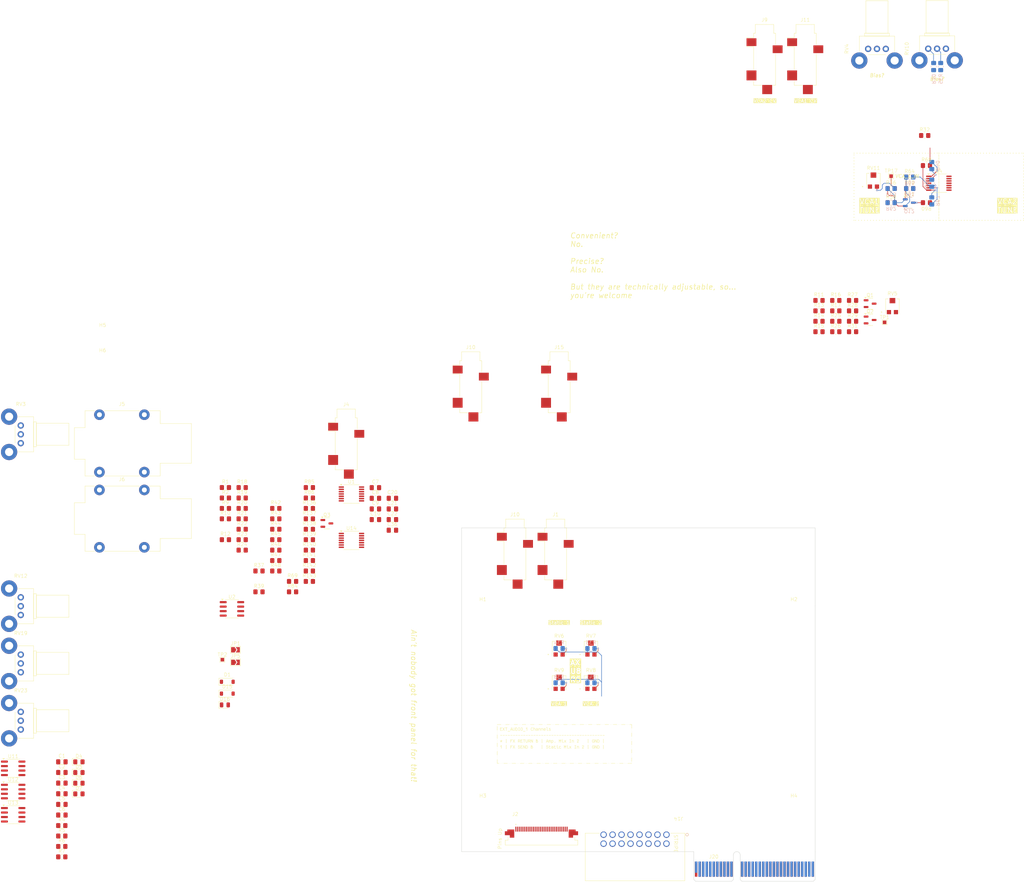
<source format=kicad_pcb>
(kicad_pcb (version 20240108) (generator "pcbnew") (generator_version "8.0")
  (layers (0 "F.Cu" signal) (31 "B.Cu" signal) (34 "B.Paste" user) (35 "F.Paste" user) (36 "B.SilkS" user "B.Silkscreen") (37 "F.SilkS" user "F.Silkscreen") (38 "B.Mask" user) (39 "F.Mask" user) (44 "Edge.Cuts" user))
  (net 0 "")
  (net 1 "/+12v")
  (net 2 "/-12v")
  (net 3 "GND")
  (net 4 "+5V")
  (net 5 "+12V")
  (net 6 "-12V")
  (net 7 "Net-(D4-K)")
  (net 8 "Net-(D4-A)")
  (net 9 "Net-(D5-K)")
  (net 10 "Net-(D6-K)")
  (net 11 "Net-(D7-A)")
  (net 12 "/CON_CV")
  (net 13 "/CON_GATE")
  (net 14 "/+5")
  (net 42 "Net-(J20-PRSNT_A)")
  (net 46 "Net-(Q1-C)")
  (net 47 "Net-(Q1-B)")
  (net 48 "Net-(Q1-E)")
  (net 49 "/Output Stage/FX_RETURN_A")
  (net 50 "Net-(U15B-+)")
  (net 51 "/Output Stage/FX_RETURN_B")
  (net 52 "/Output Stage/+12v")
  (net 53 "/Output Stage/-12v")
  (net 54 "Net-(U4A--)")
  (net 55 "Net-(R30-Pad2)")
  (net 56 "Net-(R40-Pad2)")
  (net 57 "Net-(U4B--)")
  (net 58 "Net-(U4B-+)")
  (net 59 "/Output Stage/FX_SEND")
  (net 60 "/Output Stage/OFFBOARD_FX_B")
  (net 61 "Net-(U5A--)")
  (net 62 "Net-(Q2-B)")
  (net 63 "Net-(U5B--)")
  (net 64 "Net-(Q2-C)")
  (net 65 "Net-(U15A-+)")
  (net 66 "Net-(R2-Pad2)")
  (net 67 "Net-(U1A--)")
  (net 68 "Net-(R10-Pad1)")
  (net 69 "Net-(U14D-+)")
  (net 70 "/Output Stage/VCA_1_IN")
  (net 71 "Net-(R12-Pad2)")
  (net 72 "Net-(U15B--)")
  (net 73 "Net-(R25-Pad2)")
  (net 74 "Net-(U1B--)")
  (net 75 "Net-(U1B-+)")
  (net 76 "Net-(R29-Pad2)")
  (net 77 "/Output Stage/VCA_2_OUT")
  (net 78 "Net-(J1-PadT)")
  (net 79 "/Output Stage/FX_SEND_B")
  (net 80 "Net-(Q11-C)")
  (net 81 "Net-(Q11-B)")
  (net 82 "Net-(Q11-E)")
  (net 83 "Net-(Q12-B)")
  (net 84 "Net-(Q12-C)")
  (net 85 "Net-(U1D--)")
  (net 86 "Net-(C10-Pad1)")
  (net 87 "Net-(D1-K)")
  (net 88 "Net-(C22-Pad2)")
  (net 89 "/Output Stage/VCA_1_CV")
  (net 90 "Net-(D1-A)")
  (net 91 "Net-(R35-Pad1)")
  (net 92 "Net-(U5A-+)")
  (net 93 "Net-(D15-A)")
  (net 94 "Net-(D16-A)")
  (net 95 "Net-(Q3-E)")
  (net 96 "Net-(U1C--)")
  (net 97 "Net-(R33-Pad1)")
  (net 98 "Net-(R34-Pad1)")
  (net 99 "Net-(R63-Pad2)")
  (net 100 "Net-(R67-Pad2)")
  (net 101 "/Output Stage/VCA_1_OUT")
  (net 102 "Net-(R38-Pad1)")
  (net 103 "Net-(R39-Pad2)")
  (net 104 "Net-(R41-Pad1)")
  (net 105 "Net-(R44-Pad2)")
  (net 106 "Net-(R46-Pad2)")
  (net 107 "/Output Stage/MIX_OUT")
  (net 110 "Net-(J4-PadT)")
  (net 121 "Net-(U5B-+)")
  (net 123 "Net-(U14C-+)")
  (net 124 "Net-(U4C--)")
  (net 125 "Net-(U14C--)")
  (net 126 "Net-(U14D--)")
  (net 127 "Net-(R142-Pad2)")
  (net 128 "Net-(U4D--)")
  (net 129 "Net-(U4D-+)")
  (net 130 "/Output Stage/VCA_2_CV")
  (net 133 "/Output Stage/Static_Mix_In_2")
  (net 134 "/Output Stage/Amplifying_Mix_In_2")
  (net 135 "/Output Stage/EXT_JACK_R_5")
  (net 136 "/Output Stage/EXT_JACK_TN_6")
  (net 137 "/Output Stage/EXT_JACK_R_3")
  (net 138 "/Output Stage/EXT_JACK_T_8")
  (net 139 "/Output Stage/EXT_JACK_T_2")
  (net 140 "/Output Stage/EXT_JACK_T_1")
  (net 141 "/Output Stage/EXT_JACK_T_3")
  (net 142 "/Output Stage/EXT_JACK_TN_2")
  (net 143 "/Output Stage/EXT_JACK_T_5")
  (net 144 "/Output Stage/EXT_JACK_R_4")
  (net 145 "/Output Stage/EXT_JACK_TN_8")
  (net 146 "/Output Stage/EXT_JACK_R_6")
  (net 147 "/Output Stage/EXT_JACK_TN_5")
  (net 148 "/Output Stage/EXT_JACK_R_7")
  (net 149 "/Output Stage/EXT_JACK_T_6")
  (net 150 "/Output Stage/EXT_JACK_T_4")
  (net 151 "/Output Stage/EXT_JACK_TN_1")
  (net 152 "/Output Stage/EXT_JACK_R_2")
  (net 153 "/Output Stage/EXT_JACK_R_8")
  (net 154 "/Output Stage/EXT_JACK_T_7")
  (net 155 "/Output Stage/EXT_JACK_TN_4")
  (net 156 "/Output Stage/EXT_JACK_R_1")
  (net 157 "/Output Stage/EXT_JACK_TN_7")
  (net 158 "/Output Stage/EXT_JACK_TN_3")
  (footprint "Resistor_SMD:R_0805_2012Metric_Pad1.20x1.40mm_HandSolder" (layer "F.Cu") (at 42.5575 62.925)
    (property "Reference" "R24")
    (property "Value" "1k")
  )
  (footprint "Potentiometer_THT:Potentiometer_Bourns_PTV09A-2_Single_Horizontal" (layer "F.Cu") (at -20.0725 32.675)
    (property "Reference" "RV3")
    (property "Value" "100k")
  )
  (footprint "Package_TO_SOT_SMD:SOT-23-3" (layer "F.Cu") (at 220.155 -2.17)
    (property "Reference" "Q2")
    (property "Value" "BC548")
  )
  (footprint "Potentiometer_THT:Potentiometer_Bourns_PTV09A-2_Single_Horizontal" (layer "F.Cu") (at 241.605 -78.9 90)
    (property "Reference" "RV10")
    (property "Value" "100k")
  )
  (footprint "Jumper:SolderJumper-2_P1.3mm_Open_TrianglePad1.0x1.5mm" (layer "F.Cu") (at 40.6575 91.115)
    (property "Reference" "JP1")
    (property "Value" "NOFX")
  )
  (footprint "Resistor_SMD:R_0805_2012Metric_Pad1.20x1.40mm_HandSolder" (layer "F.Cu") (at 215.205 1.15)
    (property "Reference" "R31")
    (property "Value" "1k")
  )
  (footprint "Resistor_SMD:R_0805_2012Metric_Pad1.20x1.40mm_HandSolder" (layer "F.Cu") (at 42.5575 57.025)
    (property "Reference" "R22")
    (property "Value" "150k")
  )
  (footprint "LED_SMD:LED_0805_2012Metric_Pad1.15x1.40mm_HandSolder" (layer "F.Cu") (at -3.6275 125.83)
    (property "Reference" "D5")
    (property "Value" "5V OK")
  )
  (footprint "Connector_Audio:Jack_3.5mm_CUI_SJ-3524-SMT_Horizontal" (layer "F.Cu") (at 132.205 15.45)
    (property "Reference" "J15")
    (property "Value" "Mix Out")
  )
  (footprint "Resistor_SMD:R_0805_2012Metric_Pad1.20x1.40mm_HandSolder" (layer "F.Cu") (at 205.705 -1.8)
    (property "Reference" "R14")
    (property "Value" "20k")
  )
  (footprint "Resistor_SMD:R_0805_2012Metric_Pad1.20x1.40mm_HandSolder" (layer "F.Cu") (at 42.5575 48.175)
    (property "Reference" "R19")
    (property "Value" "1k")
  )
  (footprint "MountingHole:MountingHole_3.2mm_M3_DIN965" (layer "F.Cu") (at 3.075 10.225)
    (property "Reference" "H6")
    (property "Value" "Spacer M3")
  )
  (footprint "Capacitor_SMD:C_0805_2012Metric_Pad1.18x1.45mm_HandSolder" (layer "F.Cu") (at 80.2375 54.285)
    (property "Reference" "C10")
    (property "Value" "22pF")
  )
  (footprint "Capacitor_SMD:C_0805_2012Metric_Pad1.18x1.45mm_HandSolder" (layer "F.Cu") (at 80.2375 48.265)
    (property "Reference" "C8")
    (property "Value" "100nF")
  )
  (footprint "Resistor_SMD:R_0805_2012Metric_Pad1.20x1.40mm_HandSolder" (layer "F.Cu") (at 235.605 -54.35)
    (property "Reference" "R32")
    (property "Value" "100k")
  )
  (footprint "Resistor_SMD:R_0805_2012Metric_Pad1.20x1.40mm_HandSolder" (layer "F.Cu") (at 61.5575 57.025)
    (property "Reference" "R138")
    (property "Value" "1k")
  )
  (footprint "Diode_SMD:D_SOD-123" (layer "F.Cu") (at 38.3425 100.165)
    (property "Reference" "D1")
    (property "Value" "1N4148W")
  )
  (footprint "AT-Footprints:TC33X-2-104E_BRN" (layer "F.Cu") (at 132.205 100.4518)
    (property "Reference" "RV9")
    (property "Value" "100k")
  )
  (footprint "Connector_Audio:Jack_3.5mm_CUI_SJ-3524-SMT_Horizontal" (layer "F.Cu") (at 107.205 15.45)
    (property "Reference" "J10")
    (property "Value" "Mix Out")
  )
  (footprint "Resistor_SMD:R_0805_2012Metric_Pad1.20x1.40mm_HandSolder" (layer "F.Cu") (at 37.8075 48.175)
    (property "Reference" "R2")
    (property "Value" "20k")
  )
  (footprint "Resistor_SMD:R_0805_2012Metric_Pad1.20x1.40mm_HandSolder" (layer "F.Cu") (at -8.4725 146.735)
    (property "Reference" "R6")
    (property "Value" "500")
  )
  (footprint "Resistor_SMD:R_0805_2012Metric_Pad1.20x1.40mm_HandSolder" (layer "F.Cu") (at 215.205 -1.8)
    (property "Reference" "R29")
    (property "Value" "100k")
  )
  (footprint "Resistor_SMD:R_0805_2012Metric_Pad1.20x1.40mm_HandSolder" (layer "F.Cu") (at 210.455 -7.7)
    (property "Reference" "R16")
    (property "Value" "20k")
  )
  (footprint "Capacitor_SMD:C_0805_2012Metric_Pad1.18x1.45mm_HandSolder" (layer "F.Cu") (at 85.0475 48.265)
    (property "Reference" "C20")
    (property "Value" "100nF")
  )
  (footprint "Connector_Audio:Jack_3.5mm_CUI_SJ-3524-SMT_Horizontal" (layer "F.Cu") (at 201.805 -77.15)
    (property "Reference" "J11")
    (property "Value" "VCA1 CV")
  )
  (footprint "Resistor_SMD:R_0805_2012Metric_Pad1.20x1.40mm_HandSolder" (layer "F.Cu") (at 37.8075 59.975)
    (property "Reference" "R12")
    (property "Value" "82k")
  )
  (footprint "Resistor_SMD:R_0805_2012Metric_Pad1.20x1.40mm_HandSolder" (layer "F.Cu") (at 226.105 -35.35)
    (property "Reference" "R58")
    (property "Value" "100R")
  )
  (footprint "Resistor_SMD:R_0805_2012Metric_Pad1.20x1.40mm_HandSolder" (layer "F.Cu") (at 37.8075 54.075)
    (property "Reference" "R10")
    (property "Value" "100k")
  )
  (footprint "Resistor_SMD:R_0805_2012Metric_Pad1.20x1.40mm_HandSolder" (layer "F.Cu") (at 52.0575 68.825)
    (property "Reference" "R48")
    (property "Value" "47k")
  )
  (footprint "Package_SO:SOIC-8_3.9x4.9mm_P1.27mm" (layer "F.Cu") (at 39.6575 79.545)
    (property "Reference" "U2")
    (property "Value" "TL072")
  )
  (footprint "TestPoint:TestPoint_Pad_1.0x1.0mm" (layer "F.Cu") (at 224.255 -1.5)
    (property "Reference" "TP1")
    (property "Value" "VCA_1_IN")
  )
  (footprint "Capacitor_SMD:C_0805_2012Metric_Pad1.18x1.45mm_HandSolder" (layer "F.Cu") (at -8.4425 134.845)
    (property "Reference" "C5")
    (property "Value" "100nF")
  )
  (footprint "Resistor_SMD:R_0805_2012Metric_Pad1.20x1.40mm_HandSolder" (layer "F.Cu") (at 52.0575 57.025)
    (property "Reference" "R44")
    (property "Value" "47k")
  )
  (footprint "Resistor_SMD:R_0805_2012Metric_Pad1.20x1.40mm_HandSolder" (layer "F.Cu") (at 61.5575 51.125)
    (property "Reference" "R136")
    (property "Value" "20k")
  )
  (footprint "Potentiometer_THT:Potentiometer_Bourns_PTV09A-2_Single_Horizontal" (layer "F.Cu") (at -20.0725 97.475)
    (property "Reference" "RV19")
    (property "Value" "100k")
  )
  (footprint "Resistor_SMD:R_0805_2012Metric_Pad1.20x1.40mm_HandSolder" (layer "F.Cu") (at 61.5575 65.875)
    (property "Reference" "R141")
    (property "Value" "150k")
  )
  (footprint "Resistor_SMD:R_0805_2012Metric_Pad1.20x1.40mm_HandSolder" (layer "F.Cu") (at 205.705 -4.75)
    (property "Reference" "R13")
    (property "Value" "100R")
  )
  (footprint "Potentiometer_THT:Potentiometer_Bourns_PTV09A-2_Single_Horizontal" (layer "F.Cu") (at -20.0725 81.275)
    (property "Reference" "RV12")
    (property "Value" "100k")
  )
  (footprint "Connector_Audio:Jack_6.35mm_Neutrik_NMJ4HFD2_Horizontal" (layer "F.Cu") (at 2.1775 24.625)
    (property "Reference" "J5")
    (property "Value" "FX SEND")
  )
  (footprint "Package_TO_SOT_SMD:SOT-23-3" (layer "F.Cu") (at 220.155 -6.785)
    (property "Reference" "Q1")
    (property "Value" "BC548")
  )
  (footprint "Resistor_SMD:R_0805_2012Metric_Pad1.20x1.40mm_HandSolder" (layer "F.Cu") (at 61.5575 48.175)
    (property "Reference" "R86")
    (property "Value" "470R")
  )
  (footprint "Resistor_SMD:R_0805_2012Metric_Pad1.20x1.40mm_HandSolder" (layer "F.Cu") (at 47.3075 68.825)
    (property "Reference" "R37")
    (property "Value" "47k")
  )
  (footprint "Connector_Audio:Jack_6.35mm_Neutrik_NMJ4HFD2_Horizontal" (layer "F.Cu") (at 2.1775 45.905)
    (property "Reference" "J6")
    (property "Value" "FX SEND")
  )
  (footprint "Resistor_SMD:R_0805_2012Metric_Pad1.20x1.40mm_HandSolder" (layer "F.Cu") (at 42.5575 59.975)
    (property "Reference" "R23")
    (property "Value" "10k")
  )
  (footprint "Capacitor_SMD:C_0805_2012Metric_Pad1.18x1.45mm_HandSolder" (layer "F.Cu") (at 85.0475 57.295)
    (property "Reference" "C36")
    (property "Value" "10uF")
  )
  (footprint "TestPoint:TestPoint_Pad_1.0x1.0mm" (layer "F.Cu") (at 226.105 -42.85)
    (property "Reference" "TP17")
    (property "Value" "VCA_1_IN")
  )
  (footprint "Package_SO:TSSOP-14_4.4x5mm_P0.65mm" (layer "F.Cu") (at 73.4575 60.17)
    (property "Reference" "U14")
    (property "Value" "TL074")
  )
  (footprint "Resistor_SMD:R_0805_2012Metric_Pad1.20x1.40mm_HandSolder" (layer "F.Cu") (at -8.4725 140.835)
    (property "Reference" "R4")
    (property "Value" "150")
  )
  (footprint "Resistor_SMD:R_0805_2012Metric_Pad1.20x1.40mm_HandSolder" (layer "F.Cu") (at 42.5575 54.075)
    (property "Reference" "R21")
    (property "Value" "470R")
  )
  (footprint "Resistor_SMD:R_0805_2012Metric_Pad1.20x1.40mm_HandSolder" (layer "F.Cu") (at 215.205 -7.7)
    (property "Reference" "R27")
    (property "Value" "10k")
  )
  (footprint "Resistor_SMD:R_0805_2012Metric_Pad1.20x1.40mm_HandSolder" (layer "F.Cu") (at 37.8075 45.225)
    (property "Reference" "R1")
    (property "Value" "20k")
  )
  (footprint "Resistor_SMD:R_0805_2012Metric_Pad1.20x1.40mm_HandSolder" (layer "F.Cu") (at 226.104999 -39.350001)
    (property "Reference" "R36")
    (property "Value" "100k")
  )
  (footprint "Resistor_SMD:R_0805_2012Metric_Pad1.20x1.40mm_HandSolder" (layer "F.Cu") (at 52.0575 62.925)
    (property "Reference" "R46")
    (property "Value" "47k")
  )
  (footprint "Resistor_SMD:R_0805_2012Metric_Pad1.20x1.40mm_HandSolder" (layer "F.Cu") (at 52.0575 54.075)
    (property "Reference" "R43")
    (property "Value" "47k")
  )
  (footprint "Connector_Audio:Jack_3.5mm_CUI_SJ-3524-SMT_Horizontal" (layer "F.Cu") (at 190.305 -77.15)
    (property "Reference" "J9")
    (property "Value" "VCA2 CV")
  )
  (footprint "Capacitor_SMD:C_0805_2012Metric_Pad1.18x1.45mm_HandSolder" (layer "F.Cu") (at 80.2375 51.275)
    (property "Reference" "C9")
    (property "Value" "100nF")
  )
  (footprint "Connector_Audio:Jack_3.5mm_CUI_SJ-3524-SMT_Horizontal" (layer "F.Cu") (at 71.9775 31.625)
    (property "Reference" "J4")
    (property "Value" "Amplifying Input 1")
  )
  (footprint "Resistor_SMD:R_0805_2012Metric_Pad1.20x1.40mm_HandSolder" (layer "F.Cu") (at 52.0575 51.125)
    (property "Reference" "R42")
    (property "Value" "47k")
  )
  (footprint "AT-Footprints:TC33X-2-104E_BRN" (layer "F.Cu") (at 226.4804 -6.0973)
    (property "Reference" "RV5")
    (property "Value" "100k")
  )
  (footprint "Resistor_SMD:R_0805_2012Metric_Pad1.20x1.40mm_HandSolder" (layer "F.Cu") (at 61.5575 59.975)
    (property "Reference" "R139")
    (property "Value" "1M")
  )
  (footprint "Capacitor_SMD:C_0805_2012Metric_Pad1.18x1.45mm_HandSolder" (layer "F.Cu") (at 85.0475 54.285)
    (property "Reference" "C22")
    (property "Value" "4u7")
  )
  (footprint "Connector_PCBEdge:BUS_PCIexpress_x4" (layer "F.Cu") (at 170.955 153.15)
    (property "Reference" "J20")
    (property "Value" "~")
    (fp_line (start -0.65 -4.95) (end -0.65 2.95) (stroke (width 0.1)) (layer "Edge.Cuts"))
    (fp_line (start -0.65 2.95) (end -0.15 3.45) (stroke (width 0.1)) (layer "Edge.Cuts"))
    (fp_line (start -0.15 3.45) (end 10.05 3.45) (stroke (width 0.1)) (layer "Edge.Cuts"))
    (fp_line (start 10.55 -4) (end 10.55 2.95) (stroke (width 0.1)) (layer "Edge.Cuts"))
    (fp_line (start 10.55 2.95) (end 10.05 3.45) (stroke (width 0.1)) (layer "Edge.Cuts"))
    (fp_line (start 12.45 -4) (end 12.45 2.95) (stroke (width 0.1)) (layer "Edge.Cuts"))
    (fp_line (start 12.45 2.95) (end 12.95 3.45) (stroke (width 0.1)) (layer "Edge.Cuts"))
    (fp_line (start 12.95 3.45) (end 33.15 3.45) (stroke (width 0.1)) (layer "Edge.Cuts"))
    (fp_line (start 33.65 -4.95) (end 33.65 2.95) (stroke (width 0.1)) (layer "Edge.Cuts"))
    (fp_line (start 33.65 2.95) (end 33.15 3.45) (stroke (width 0.1)) (layer "Edge.Cuts"))
    (fp_arc (start 10.55 -4) (mid 11.5 -4.95) (end 12.45 -4) (stroke (width 0.1)) (layer "Edge.Cuts"))
  )
  (footprint "LED_SMD:LED_0805_2012Metric_Pad1.15x1.40mm_HandSolder" (layer "F.Cu") (at -3.6275 131.87)
    (property "Reference" "D7")
    (property "Value" "-12V OK")
  )
  (footprint "Resistor_SMD:R_0805_2012Metric_Pad1.20x1.40mm_HandSolder" (layer "F.Cu") (at 231.355 -42.6)
    (property "Reference" "R64")
    (property "Value" "10k")
  )
  (footprint "Capacitor_SMD:C_0805_2012Metric_Pad1.18x1.45mm_HandSolder" (layer "F.Cu") (at 85.0475 51.275)
    (property "Reference" "C21")
    (property "Value" "100nF")
  )
  (footprint "Resistor_SMD:R_0805_2012Metric_Pad1.20x1.40mm_HandSolder" (layer "F.Cu") (at 61.5575 68.825)
    (property "Reference" "R142")
    (property "Value" "10k")
  )
  (footprint "Package_SO:SOIC-8_3.9x4.9mm_P1.27mm" (layer "F.Cu") (at -22.2225 137.785)
    (property "Reference" "U13")
    (property "Value" "TL072")
  )
  (footprint "MountingHole:MountingHole_3.2mm_M3_DIN965" (layer "F.Cu") (at 3.075 3.075)
    (property "Reference" "H5")
    (property "Value" "Spacer M3")
  )
  (footprint "MountingHole:MountingHole_3.2mm_M3_DIN965" (layer "F.Cu") (at 110.605 136.2)
    (property "Reference" "H3")
    (property "Value" "Spacer M3")
  )
  (footprint "Resistor_SMD:R_0805_2012Metric_Pad1.20x1.40mm_HandSolder" (layer "F.Cu") (at 42.5575 45.225)
    (property "Reference" "R18")
    (property "Value" "1k")
  )
  (footprint "Resistor_SMD:R_0805_2012Metric_Pad1.20x1.40mm_HandSolder" (layer "F.Cu") (at 210.455 1.15)
    (property "Reference" "R26")
    (property "Value" "10k")
  )
  (footprint "AT-Footprints:TC33X-2-104E_BRN" (layer "F.Cu") (at 141.1956 100.4518)
    (property "Reference" "RV8")
    (property "Value" "100k")
  )
  (footprint "Package_TO_SOT_SMD:SOT-23-3" (layer "F.Cu") (at 66.5075 55.37)
    (property "Reference" "Q3")
    (property "Value" "BC548")
  )
  (footprint "Resistor_SMD:R_0805_2012Metric_Pad1.20x1.40mm_HandSolder" (layer "F.Cu") (at 56.8075 71.775)
    (property "Reference" "R69")
    (property "Value" "8k2")
  )
  (footprint "Capacitor_SMD:C_0805_2012Metric_Pad1.18x1.45mm_HandSolder" (layer "F.Cu") (at -8.4425 128.825)
    (property "Reference" "C3")
    (property "Value" "100nF")
  )
  (footprint "Potentiometer_THT:Potentiometer_Bourns_PTV09A-2_Single_Horizontal" (layer "F.Cu") (at -20.0725 113.675)
    (property "Reference" "RV23")
    (property "Value" "100k")
  )
  (footprint "AT-Footprints:EURORACK Right Angle" (layer "F.Cu") (at 162.555 143.41 180)
    (property "Reference" "J14")
    (property "Value" "OPT EURO")
  )
  (footprint "Resistor_SMD:R_0805_2012Metric_Pad1.20x1.40mm_HandSolder" (layer "F.Cu") (at 56.8075 74.725)
    (property "Reference" "R84")
    (property "Value" "8k2")
  )
  (footprint "Resistor_SMD:R_0805_2012Metric_Pad1.20x1.40mm_HandSolder" (layer "F.Cu") (at 205.705 1.15)
    (property "Reference" "R15")
    (property "Value" "10k")
  )
  (footprint "MountingHole:MountingHole_3.2mm_M3_DIN965" (layer "F.Cu") (at 110.605 80.65)
    (property "Reference" "H1")
    (property "Value" "Spacer M3")
  )
  (footprint "Resistor_SMD:R_0805_2012Metric_Pad1.20x1.40mm_HandSolder" (layer "F.Cu") (at 205.705 -7.7)
    (property "Reference" "R11")
    (property "Value" "100k")
  )
  (footprint "Diode_SMD:D_SOD-123" (layer "F.Cu") (at 38.3425 103.515)
    (property "Reference" "D15")
    (property "Value" "1N4148W")
  )
  (footprint "MountingHole:MountingHole_3.2mm_M3_DIN965" (layer "F.Cu") (at 198.605 136.2)
    (property "Reference" "H4")
    (property "Value" "Spacer M3")
  )
  (footprint "Potentiometer_THT:Potentiometer_Bourns_PTV09A-2_Single_Horizontal" (layer "F.Cu") (at 224.605 -78.85 90)
    (property "Reference" "RV4")
    (property "Value" "100k")
  )
  (footprint "Resistor_SMD:R_0805_2012Metric_Pad1.20x1.40mm_HandSolder" (layer "F.Cu") (at -8.4725 149.685)
    (property "Reference" "R7")
    (property "Value" "500")
  )
  (footprint "Resistor_SMD:R_0805_2012Metric_Pad1.20x1.40mm_HandSolder" (layer "F.Cu") (at -8.4725 143.785)
    (property "Reference" "R5")
    (property "Value" "150")
  )
  (footprint "Jumper:SolderJumper-2_P1.3mm_Open_TrianglePad1.0x1.5mm" (layer "F.Cu") (at 40.6575 94.665)
    (property "Reference" "JP5")
    (property "Value" "NOFX")
  )
  (footprint "LED_SMD:LED_0805_2012Metric_Pad1.15x1.40mm_HandSolder" (layer "F.Cu") (at -3.6275 128.85)
    (property "Reference" "D6")
    (property "Value" "12V OK")
  )
  (footprint "Connector_Audio:Jack_3.5mm_CUI_SJ-3524-SMT_Horizontal" (layer "F.Cu") (at 131.205 62.75)
    (property "Reference" "J1")
    (property "Value" "Static Input 1")
  )
  (footprint "TestPoint:TestPoint_Pad_1.0x1.0mm" (layer "F.Cu") (at 36.9575 93.915)
    (property "Reference" "TP2")
    (property "Value" "VCF IN")
  )
  (footprint "Resistor_SMD:R_0805_2012Metric_Pad1.20x1.40mm_HandSolder" (layer "F.Cu") (at 210.455 -4.75)
    (property "Reference" "R17")
    (property "Value" "100R")
  )
  (footprint "MountingHole:MountingHole_3.2mm_M3_DIN965" (layer "F.Cu") (at 198.605 80.65)
    (property "Reference" "H2")
    (property "Value" "Spacer M3")
  )
  (footprint "Package_SO:SOIC-8_3.9x4.9mm_P1.27mm" (layer "F.Cu") (at -22.2225 124.645)
    (property "Reference" "U11")
    (property "Value" "TL072")
  )
  (footprint "Resistor_SMD:R_0805_2012Metric_Pad1.20x1.40mm_HandSolder" (layer "F.Cu") (at 47.3075 74.725)
    (property "Reference" "R39")
    (property "Value" "47k")
  )
  (footprint "AT-Footprints:TC33X-2-104E_BRN" (layer "F.Cu") (at 141.205 90.75)
    (property "Reference" "RV7")
    (property "Value" "100k")
  )
  (footprint "Capacitor_SMD:C_0805_2012Metric_Pad1.18x1.45mm_HandSolder" (layer "F.Cu") (at -8.4425 125.815)
    (property "Reference" "C2")
    (property "Value" "100nF")
  )
  (footprint "AT-Footprints:TC33X-2-104E_BRN" (layer "F.Cu") (at 132.205 90.75)
    (property "Reference" "RV6")
    (property "Value" "100k")
  )
  (footprint "Package_SO:TSSOP-14_4.4x5mm_P0.65mm" (layer "F.Cu") (at 239.605 -40.85)
    (property "Reference" "U4")
    (property "Value" "TL074")
  )
  (footprint "Resistor_SMD:R_0805_2012Metric_Pad1.20x1.40mm_HandSolder" (layer "F.Cu") (at 236.105 -45.85)
    (property "Reference" "R68")
    (property "Value" "1k")
  )
  (footprint "LED_SMD:LED_0805_2012Metric_Pad1.15x1.40mm_HandSolder" (layer "F.Cu") (at -3.6275 122.81)
    (property "Reference" "D4")
    (property "Value" "PRSNT")
  )
  (footprint "Resistor_SMD:R_0805_2012Metric_Pad1.20x1.40mm_HandSolder" (layer "F.Cu") (at 52.0575 59.975)
    (property "Reference" "R45")
    (property "Value" "47k")
  )
  (footprint "Resistor_SMD:R_0805_2012Metric_Pad1.20x1.40mm_HandSolder" (layer "F.Cu") (at 61.5575 45.225)
    (property "Reference" "R85")
    (property "Value" "470R")
  )
  (footprint "Resistor_SMD:R_0805_2012Metric_Pad1.20x1.40mm_HandSolder" (layer "F.Cu") (at 61.5575 54.075)
    (property "Reference" "R137")
    (property "Value" "1k")
  )
  (footprint "Resistor_SMD:R_0805_2012Metric_Pad1.20x1.40mm_HandSolder" (layer "F.Cu") (at 52.0575 65.875)
    (property "Reference" "R47")
    (property "Value" "47k")
  )
  (footprint "Resistor_SMD:R_0805_2012Metric_Pad1.20x1.40mm_HandSolder" (layer "F.Cu") (at 61.5575 71.775)
    (property "Reference" "R143")
    (property "Value" "1k")
  )
  (footprint "AT-Footprints:TC33X-2-104E_BRN" (layer "F.Cu") (at 221.105 -41.6)
    (property "Reference" "RV11")
    (property "Value" "100k")
  )
  (footprint "LED_SMD:LED_0805_2012Metric" (layer "F.Cu") (at 37.6675 106.7)
    (property "Reference" "D16")
    (property "Value" "CLIP")
  )
  (footprint "Capacitor_SMD:C_0805_2012Metric_Pad1.18x1.45mm_HandSolder" (layer "F.Cu") (at 80.2375 45.255)
    (property "Reference" "C7")
    (property "Value" "10uF")
  )
  (footprint "Resistor_SMD:R_0805_2012Metric_Pad1.20x1.40mm_HandSolder" (layer "F.Cu") (at 215.205 -4.75)
    (property "Reference" "R28")
    (property "Value" "100k")
  )
  (footprint "Capacitor_SMD:C_0805_2012Metric_Pad1.18x1.45mm_HandSolder" (layer "F.Cu") (at -8.4425 137.855)
    (property "Reference" "C6")
    (property "Value" "100nF")
  )
  (footprint "Resistor_SMD:R_0805_2012Metric_Pad1.20x1.40mm_HandSolder" (layer "F.Cu") (at 42.5575 51.125)
    (property "Reference" "R20")
    (property "Value" "1M")
  )
  (footprint "Resistor_SMD:R_0805_2012Metric_Pad1.20x1.40mm_HandSolder" (layer "F.Cu") (at 210.455 -1.8)
    (property "Reference" "R25")
    (property "Value" "100k")
  )
  (footprint "Capacitor_SMD:C_0805_2012Metric_Pad1.18x1.45mm_HandSolder" (layer "F.Cu") (at -8.4425 122.805)
    (property "Reference" "C1")
    (property "Value" "100nF")
  )
  (footprint "Resistor_SMD:R_0805_2012Metric_Pad1.20x1.40mm_HandSolder" (layer "F.Cu") (at 61.5575 62.925)
    (property "Reference" "R140")
    (property "Value" "470R")
  )
  (footprint "Package_TO_SOT_SMD:SOT-23-3" (layer "F.Cu") (at 231.2425 -35.35)
    (property "Reference" "Q11")
    (property "Value" "BC548")
  )
  (footprint "Capacitor_SMD:C_0805_2012Metric_Pad1.18x1.45mm_HandSolder" (layer "F.Cu") (at -8.4425 131.835)
    (property "Reference" "C4")
    (property "Value" "100nF")
  )
  (footprint "Resistor_SMD:R_0805_2012Metric_Pad1.20x1.40mm_HandSolder" (layer "F.Cu") (at 231.355 -39.35)
    (property "Reference" "R59")
    (property "Value" "20k")
  )
  (footprint "AT-Footprints:AMPHENOL_SFV30R-4STE1HLF - FFC - 30 RA" (layer "F.Cu") (at 127.205 144.25)
    (property "Reference" "J2")
    (property "Value" "EXT_INTERFACE_1")
  )
  (footprint "Connector_Audio:Jack_3.5mm_CUI_SJ-3524-SMT_Horizontal" (layer "F.Cu") (at 119.705 62.75)
    (property "Reference" "J10")
    (property "Value" "Mix Out")
  )
  (footprint "Package_SO:SOIC-8_3.9x4.9mm_P1.27mm" (layer "F.Cu") (at -22.2225 131.215)
    (property "Reference" "U12")
    (property "Value" "TL072")
  )
  (footprint "Resistor_SMD:R_0805_2012Metric_Pad1.20x1.40mm_HandSolder" (layer "F.Cu") (at 236.105 -35.35 180)
    (property "Reference" "R60")
    (property "Value" "10k")
  )
  (footprint "Resistor_SMD:R_0805_2012Metric_Pad1.20x1.40mm_HandSolder" (layer "F.Cu") (at 37.8075 51.125)
    (property "Reference" "R9")
    (property "Value" "100k")
  )
  (footprint "Package_SO:TSSOP-14_4.4x5mm_P0.65mm" (layer "F.Cu") (at 73.4575 47.04)
    (property "Reference" "U1")
    (property "Value" "TL074")
  )
  (footprint "Resistor_SMD:R_0805_2012Metric_Pad1.20x1.40mm_HandSolder" (layer "B.Cu") (at 141.205 90.75 180)
    (property "Reference" "R33")
    (property "Value" "47k")
  )
  (footprint "Resistor_SMD:R_0805_2012Metric_Pad1.20x1.40mm_HandSolder" (layer "B.Cu") (at 226.105 -39.35)
    (property "Reference" "R63")
    (property "Value" "100k")
  )
  (footprint "Resistor_SMD:R_0805_2012Metric_Pad1.20x1.40mm_HandSolder" (layer "B.Cu") (at 237.605 -35.85 90)
    (property "Reference" "R67")
    (property "Value" "100k")
  )
  (footprint "Resistor_SMD:R_0805_2012Metric_Pad1.20x1.40mm_HandSolder" (layer "B.Cu") (at 132.205 100.4518 180)
    (property "Reference" "R38")
    (property "Value" "47k")
  )
  (footprint "Resistor_SMD:R_0805_2012Metric_Pad1.20x1.40mm_HandSolder" (layer "B.Cu") (at 237.605 -45.85 90)
    (property "Reference" "R40")
    (property "Value" "82k")
  )
  (footprint "Resistor_SMD:R_0805_2012Metric_Pad1.20x1.40mm_HandSolder" (layer "B.Cu") (at 240.13 -73.85 -90)
    (property "Reference" "R35")
    (property "Value" "100k")
  )
  (footprint "Resistor_SMD:R_0805_2012Metric_Pad1.20x1.40mm_HandSolder" (layer "B.Cu") (at 141.1956 100.4518 180)
    (property "Reference" "R41")
    (property "Value" "47k")
  )
  (footprint "Resistor_SMD:R_0805_2012Metric_Pad1.20x1.40mm_HandSolder" (layer "B.Cu") (at 238.13 -73.85 90)
    (property "Reference" "R30")
    (property "Value" "20k")
  )
  (footprint "Resistor_SMD:R_0805_2012Metric_Pad1.20x1.40mm_HandSolder" (layer "B.Cu") (at 237.605 -40.85 -90)
    (property "Reference" "R66")
    (property "Value" "100k")
  )
  (footprint "Resistor_SMD:R_0805_2012Metric_Pad1.20x1.40mm_HandSolder" (layer "B.Cu") (at 226.105 -35.35)
    (property "Reference" "R62")
    (property "Value" "100R")
  )
  (footprint "Resistor_SMD:R_0805_2012Metric_Pad1.20x1.40mm_HandSolder" (layer "B.Cu") (at 231.355 -39.35)
    (property "Reference" "R61")
    (property "Value" "20k")
  )
  (footprint "Resistor_SMD:R_0805_2012Metric_Pad1.20x1.40mm_HandSolder" (layer "B.Cu") (at 132.205 90.75 180)
    (property "Reference" "R34")
    (property "Value" "47k")
  )
  (footprint "Resistor_SMD:R_0805_2012Metric_Pad1.20x1.40mm_HandSolder" (layer "B.Cu") (at 231.355 -42.6)
    (property "Reference" "R65")
    (property "Value" "10k")
  )
  (footprint "Package_TO_SOT_SMD:SOT-23-3" (layer "B.Cu") (at 231.2425 -35.35)
    (property "Reference" "Q12")
    (property "Value" "BC548")
  )
  (gr_rect (start 239.605 -49.35) (end 263.605 -30.35) (stroke (width 0.2) (type dot)) (fill none) (layer "F.SilkS"))
  (gr_rect (start 215.605 -49.35) (end 239.605 -30.35) (stroke (width 0.2) (type dot)) (fill none) (layer "F.SilkS"))
  (gr_line (start 204.605 56.65) (end 104.605 56.65) (stroke (width 0.1)) (layer "Edge.Cuts"))
  (gr_line (start 104.605 56.65) (end 104.605 148.2) (stroke (width 0.1)) (layer "Edge.Cuts"))
  (gr_line (start 170.305 148.2) (end 104.605 148.2) (stroke (width 0.1)) (layer "Edge.Cuts"))
  (gr_line (start 204.605 148.2) (end 204.605 78.7) (stroke (width 0.1)) (layer "Edge.Cuts"))
  (gr_line (start 204.605 78.7) (end 204.605 56.65) (stroke (width 0.1)) (layer "Edge.Cuts"))
  (gr_text "Ain't nobody got front panel for that!" (at 90.205 85.25 270) (layer "F.SilkS") (effects (font (size 1.5 1.5) (thickness 0.1875) (italic yes)) (justify left bottom)))
  (gr_text "VCA2\nTUNE" (at 256.105 -32.35 0) (layer "F.SilkS" knockout) (effects (font (size 1.5 1.5) (thickness 0.1875)) (justify left bottom)))
  (gr_text "AX\nU8\nRS" (at 135.1956 100.4518 0) (layer "F.SilkS" knockout) (effects (font (size 1.5 1.5) (thickness 0.3) (bold yes)) (justify left bottom)))
  (gr_text "VCA 2" (at 141.1956 106.4024 0) (layer "F.SilkS" knockout) (effects (font (size 1 1))))
  (gr_text "Static 1" (at 132.1956 83.4518 0) (layer "F.SilkS" knockout) (effects (font (size 1 1))))
  (gr_text "Convenient? \nNo.\n\nPrecise? \nAlso No.\n\nBut they are technically adjustable, so... \nyou're welcome" (at 135.205 -8.25 0) (layer "F.SilkS") (effects (font (size 1.5 1.5) (thickness 0.1875) (italic yes)) (justify left bottom)))
  (gr_text "VCA1\nTUNE" (at 217.105 -32.35 0) (layer "F.SilkS" knockout) (effects (font (size 1.5 1.5) (thickness 0.1875)) (justify left bottom)))
  (gr_text "VCA 1" (at 132.205 106.4024 0) (layer "F.SilkS" knockout) (effects (font (size 1 1))))
  (gr_text "Static 2" (at 141.1956 83.4518 0) (layer "F.SilkS" knockout) (effects (font (size 1 1))))
  (gr_text_box "EXT_AUDIO_1 Channels\n-----------------------------------------\n* | FX RETURN B | Amp. Mix In 2   | GND |\n1 | FX SEND B   | Static Mix In 2 | GND |" (start 114.705 112.25) (end 152.705 123.25) (layer "F.SilkS") (effects (font (size 1 1) (thickness 0.1)) (justify left top)) (border yes) (stroke (width 0.1) (type dash_dot_dot)))
  (segment (start 237.620876 -42.15) (end 236.7425 -42.15) (width 0.1524) (layer "F.Cu") (net 54))
  (segment (start 238.712938 -43.242062) (end 237.620876 -42.15) (width 0.1524) (layer "F.Cu") (net 54))
  (via (at 238.712938 -43.242062) (size 0.46) (drill 0.3) (layers "F.Cu" "B.Cu") (net 54))
  (segment (start 238.712938 -43.242062) (end 237.605 -44.35) (width 0.1524) (layer "B.Cu") (net 54))
  (segment (start 237.605 -44.35) (end 237.605 -44.85) (width 0.1524) (layer "B.Cu") (net 54))
  (segment (start 238.105 -74.9) (end 238.105 -77.4) (width 0.1524) (layer "B.Cu") (net 55))
  (segment (start 238.105 -77.4) (end 236.605 -78.9) (width 0.1524) (layer "B.Cu") (net 55))
  (segment (start 239.105 -44.35) (end 237.605 -42.85) (width 0.1524) (layer "F.Cu") (net 56))
  (segment (start 237.555 -42.8) (end 236.7425 -42.8) (width 0.1524) (layer "F.Cu") (net 56))
  (segment (start 239.105 -44.35) (end 237.555 -42.8) (width 0.1524) (layer "F.Cu") (net 56))
  (via (at 239.105 -44.35) (size 0.46) (drill 0.3) (layers "F.Cu" "B.Cu") (net 56))
  (segment (start 239.105 -45.35) (end 237.605 -46.85) (width 0.1524) (layer "B.Cu") (net 56))
  (segment (start 239.105 -44.35) (end 239.105 -45.35) (width 0.1524) (layer "B.Cu") (net 56))
  (segment (start 236.7425 -39.55) (end 239.105 -39.55) (width 0.1524) (layer "F.Cu") (net 57))
  (via (at 239.105 -39.55) (size 0.46) (drill 0.3) (layers "F.Cu" "B.Cu") (net 57))
  (segment (start 237.605 -34.85) (end 239.105 -36.35) (width 0.1524) (layer "B.Cu") (net 57))
  (segment (start 239.105 -36.35) (end 239.105 -39.55) (width 0.1524) (layer "B.Cu") (net 57))
  (segment (start 238.605 -40.2) (end 236.7425 -40.2) (width 0.1524) (layer "F.Cu") (net 58))
  (via (at 238.605 -40.2) (size 0.46) (drill 0.3) (layers "F.Cu" "B.Cu") (net 58))
  (segment (start 234.355 -42.6) (end 232.355 -42.6) (width 0.1524) (layer "B.Cu") (net 58))
  (segment (start 238.605 -40.2) (end 237.955 -40.2) (width 0.1524) (layer "B.Cu") (net 58))
  (segment (start 237.105 -39.85) (end 234.355 -42.6) (width 0.1524) (layer "B.Cu") (net 58))
  (segment (start 237.605 -39.85) (end 237.105 -39.85) (width 0.1524) (layer "B.Cu") (net 58))
  (segment (start 237.955 -40.2) (end 237.605 -39.85) (width 0.1524) (layer "B.Cu") (net 58))
  (segment (start 226.105 -40.35) (end 227.104999 -39.350001) (width 0.1524) (layer "F.Cu") (net 70))
  (segment (start 226.105 -42.85) (end 226.105 -40.35) (width 0.1524) (layer "F.Cu") (net 70))
  (segment (start 230.355 -42.6) (end 230.355 -39.35) (width 0.1524) (layer "F.Cu") (net 80))
  (segment (start 230.105 -36.299999) (end 230.105 -39.400001) (width 0.1524) (layer "F.Cu") (net 80))
  (segment (start 225.605 -37.349998) (end 226.604997 -37.349998) (width 0.1524) (layer "F.Cu") (net 81))
  (segment (start 227.105 -36.849995) (end 227.105 -35.35) (width 0.1524) (layer "F.Cu") (net 81))
  (segment (start 225.104999 -37.849996) (end 225.605 -37.349998) (width 0.1524) (layer "F.Cu") (net 81))
  (segment (start 230.105 -34.400001) (end 228.054999 -34.400001) (width 0.1524) (layer "F.Cu") (net 81))
  (segment (start 227.104999 -35.350001) (end 227.104999 -35.850002) (width 0.1524) (layer "F.Cu") (net 81))
  (segment (start 226.604997 -37.349998) (end 227.105 -36.849995) (width 0.1524) (layer "F.Cu") (net 81))
  (segment (start 225.104999 -39.349997) (end 225.104999 -37.849996) (width 0.1524) (layer "F.Cu") (net 81))
  (segment (start 228.054999 -34.400001) (end 227.104999 -35.350001) (width 0.1524) (layer "F.Cu") (net 81))
  (segment (start 235.105 -35.35) (end 233.355 -35.35) (width 0.1524) (layer "F.Cu") (net 82))
  (segment (start 233.355 -35.35) (end 232.38 -35.35) (width 0.1524) (layer "F.Cu") (net 82))
  (via (at 233.355 -35.35) (size 0.46) (drill 0.3) (layers "F.Cu" "B.Cu") (net 82))
  (segment (start 232.38 -35.35) (end 233.355 -35.35) (width 0.1524) (layer "B.Cu") (net 82))
  (segment (start 227.105 -35.35) (end 229.155001 -35.35) (width 0.1524) (layer "B.Cu") (net 83))
  (segment (start 227.105 -35.35) (end 227.105 -37.35) (width 0.1524) (layer "B.Cu") (net 83))
  (segment (start 227.105 -37.35) (end 225.105 -39.35) (width 0.1524) (layer "B.Cu") (net 83))
  (segment (start 229.155001 -35.35) (end 230.105 -36.299999) (width 0.1524) (layer "B.Cu") (net 83))
  (segment (start 231.355 -35.650001) (end 231.355 -37.1) (width 0.1524) (layer "B.Cu") (net 84))
  (segment (start 230.355 -42.6) (end 230.355 -39.35) (width 0.1524) (layer "B.Cu") (net 84))
  (segment (start 230.105 -34.400001) (end 231.355 -35.650001) (width 0.1524) (layer "B.Cu") (net 84))
  (segment (start 230.355 -38.1) (end 230.355 -39.35) (width 0.1524) (layer "B.Cu") (net 84))
  (segment (start 231.355 -37.1) (end 230.355 -38.1) (width 0.1524) (layer "B.Cu") (net 84))
  (segment (start 240.13 -77.875) (end 239.105 -78.9) (width 0.1524) (layer "B.Cu") (net 91))
  (segment (start 240.13 -74.85) (end 240.13 -77.875) (width 0.1524) (layer "B.Cu") (net 91))
  (segment (start 140.205 99.4756) (end 143.4306 99.4756) (width 0.1524) (layer "B.Cu") (net 96))
  (segment (start 131.205 90.75) (end 132.205 91.75) (width 0.1524) (layer "B.Cu") (net 96))
  (segment (start 143.4306 99.4756) (end 144.205 100.25) (width 0.1524) (layer "B.Cu") (net 96))
  (segment (start 140.205 91.75) (end 143.205 91.75) (width 0.1524) (layer "B.Cu") (net 96))
  (segment (start 143.205 91.75) (end 144.205 92.75) (width 0.1524) (layer "B.Cu") (net 96))
  (segment (start 131.205 100.4518) (end 132.1812 99.4756) (width 0.1524) (layer "B.Cu") (net 96))
  (segment (start 144.205 100.25) (end 144.205 104.25) (width 0.1524) (layer "B.Cu") (net 96))
  (segment (start 140.1956 100.4518) (end 140.1956 99.485) (width 0.1524) (layer "B.Cu") (net 96))
  (segment (start 144.205 92.75) (end 144.205 100.25) (width 0.1524) (layer "B.Cu") (net 96))
  (segment (start 132.1812 99.4756) (end 140.205 99.4756) (width 0.1524) (layer "B.Cu") (net 96))
  (segment (start 140.1956 99.485) (end 140.205 99.4756) (width 0.1524) (layer "B.Cu") (net 96))
  (segment (start 132.205 91.75) (end 140.205 91.75) (width 0.1524) (layer "B.Cu") (net 96))
  (segment (start 140.205 90.75) (end 140.205 91.75) (width 0.1524) (layer "B.Cu") (net 96))
  (segment (start 143.205 91.4424) (end 143.205 90.75) (width 0.1524) (layer "F.Cu") (net 97))
  (segment (start 142.1956 92.4518) (end 143.205 91.4424) (width 0.1524) (layer "F.Cu") (net 97))
  (via (at 143.205 90.75) (size 0.46) (drill 0.3) (layers "F.Cu" "B.Cu") (net 97))
  (segment (start 142.205 90.75) (end 143.205 90.75) (width 0.1524) (layer "B.Cu") (net 97))
  (segment (start 133.1956 92.4518) (end 134.205 91.4424) (width 0.1524) (layer "F.Cu") (net 98))
  (segment (start 134.205 91.4424) (end 134.205 90.75) (width 0.1524) (layer "F.Cu") (net 98))
  (via (at 134.205 90.75) (size 0.46) (drill 0.3) (layers "F.Cu" "B.Cu") (net 98))
  (segment (start 133.205 90.75) (end 134.205 90.75) (width 0.1524) (layer "B.Cu") (net 98))
  (segment (start 222.0956 -38.8594) (end 222.105 -38.85) (width 0.1524) (layer "F.Cu") (net 99))
  (segment (start 222.0956 -39.8982) (end 222.0956 -38.8594) (width 0.1524) (layer "F.Cu") (net 99))
  (via (at 222.105 -38.85) (size 0.46) (drill 0.3) (layers "F.Cu" "B.Cu") (net 99))
  (segment (start 223.105 -38.85) (end 223.605 -39.35) (width 0.1524) (layer "B.Cu") (net 99))
  (segment (start 223.605 -40.35) (end 224.105 -40.85) (width 0.1524) (layer "B.Cu") (net 99))
  (segment (start 224.105 -40.85) (end 225.605 -40.85) (width 0.1524) (layer "B.Cu") (net 99))
  (segment (start 222.105 -38.85) (end 223.105 -38.85) (width 0.1524) (layer "B.Cu") (net 99))
  (segment (start 225.605 -40.85) (end 227.105 -39.35) (width 0.1524) (layer "B.Cu") (net 99))
  (segment (start 223.605 -39.35) (end 223.605 -40.35) (width 0.1524) (layer "B.Cu") (net 99))
  (segment (start 236.7425 -38.9) (end 236.120202 -38.9) (width 0.1524) (layer "F.Cu") (net 100))
  (segment (start 236.120202 -38.9) (end 235.105 -39.915202) (width 0.1524) (layer "F.Cu") (net 100))
  (segment (start 235.105 -39.915202) (end 235.105 -45.85) (width 0.1524) (layer "F.Cu") (net 100))
  (segment (start 238.555 -38.9) (end 236.7425 -38.9) (width 0.1524) (layer "F.Cu") (net 100))
  (via (at 238.555 -38.9) (size 0.46) (drill 0.3) (layers "F.Cu" "B.Cu") (net 100))
  (segment (start 238.555 -38.9) (end 237.605 -37.95) (width 0.1524) (layer "B.Cu") (net 100))
  (segment (start 237.605 -37.95) (end 237.605 -36.85) (width 0.1524) (layer "B.Cu") (net 100))
  (segment (start 237.105 -45.85) (end 237.105 -50.85) (width 0.1524) (layer "F.Cu") (net 101))
  (segment (start 133.1956 102.1536) (end 133.3014 102.1536) (width 0.1524) (layer "F.Cu") (net 102))
  (segment (start 133.3014 102.1536) (end 134.205 101.25) (width 0.1524) (layer "F.Cu") (net 102))
  (segment (start 134.205 101.25) (end 134.205 100.4518) (width 0.1524) (layer "F.Cu") (net 102))
  (via (at 134.205 100.4518) (size 0.46) (drill 0.3) (layers "F.Cu" "B.Cu") (net 102))
  (segment (start 133.205 100.4518) (end 134.205 100.4518) (width 0.1524) (layer "B.Cu") (net 102))
  (segment (start 143.205 101.25) (end 143.205 100.4518) (width 0.1524) (layer "F.Cu") (net 104))
  (segment (start 143.0898 101.25) (end 143.205 101.25) (width 0.1524) (layer "F.Cu") (net 104))
  (segment (start 142.1862 102.1536) (end 143.0898 101.25) (width 0.1524) (layer "F.Cu") (net 104))
  (via (at 143.205 100.4518) (size 0.46) (drill 0.3) (layers "F.Cu" "B.Cu") (net 104))
  (segment (start 142.1956 100.4518) (end 143.205 100.4518) (width 0.1524) (layer "B.Cu") (net 104))
)
</source>
